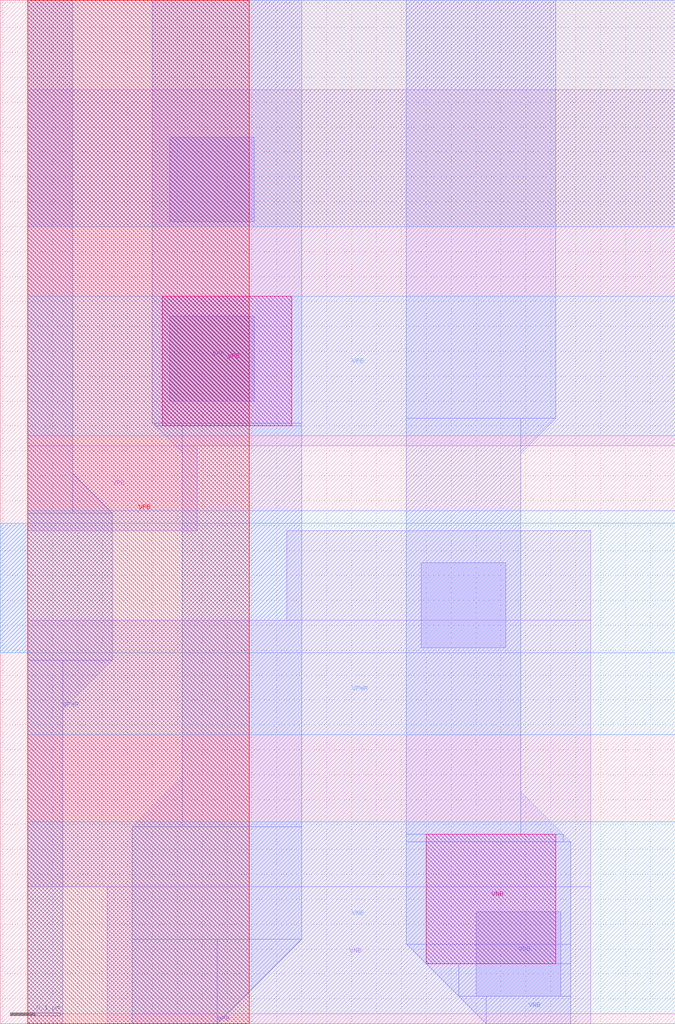
<source format=lef>
VERSION 5.7 ;
  NOWIREEXTENSIONATPIN ON ;
  DIVIDERCHAR "/" ;
  BUSBITCHARS "[]" ;
MACRO sky130_fd_bd_sram__sram_sp_cornera
  CLASS BLOCK ;
  FOREIGN sky130_fd_bd_sram__sram_sp_cornera ;
  ORIGIN 0.055 0.000 ;
  SIZE 1.355 BY 2.055 ;
  PIN VNB
    PORT
      LAYER li1 ;
        RECT 0.520 0.810 1.130 0.990 ;
        RECT 0.000 0.275 1.130 0.810 ;
        RECT 0.160 0.000 1.130 0.275 ;
      LAYER mcon ;
        RECT 0.790 0.755 0.960 0.925 ;
        RECT 0.900 0.055 1.070 0.225 ;
      LAYER met1 ;
        RECT 0.760 1.215 1.060 2.055 ;
        RECT 0.760 0.380 0.990 1.215 ;
        POLYGON 0.990 1.215 1.060 1.215 0.990 1.145 ;
        POLYGON 0.990 0.465 1.075 0.380 0.990 0.380 ;
        RECT 0.760 0.365 1.075 0.380 ;
        POLYGON 1.075 0.380 1.090 0.365 1.075 0.365 ;
        RECT 0.760 0.160 1.090 0.365 ;
        POLYGON 0.760 0.160 0.800 0.160 0.800 0.120 ;
        RECT 0.800 0.120 1.090 0.160 ;
        POLYGON 0.800 0.120 0.865 0.120 0.865 0.055 ;
        RECT 0.865 0.055 1.090 0.120 ;
        POLYGON 0.865 0.055 0.920 0.055 0.920 0.000 ;
        RECT 0.920 0.000 1.090 0.055 ;
      LAYER via ;
        RECT 0.800 0.120 1.060 0.380 ;
      LAYER met2 ;
        RECT 0.000 0.020 1.300 0.405 ;
    END
  END VNB
  PIN VPB
    ANTENNADIFFAREA 0.414475 ;
    PORT
      LAYER nwell ;
        RECT 0.000 0.000 0.445 2.055 ;
      LAYER li1 ;
        RECT 0.000 1.160 1.300 1.875 ;
        RECT 0.000 0.990 0.340 1.160 ;
      LAYER mcon ;
        RECT 0.285 1.610 0.455 1.780 ;
        RECT 0.285 1.250 0.455 1.420 ;
      LAYER met1 ;
        RECT 0.250 1.205 0.550 2.055 ;
        POLYGON 0.250 1.205 0.255 1.205 0.255 1.200 ;
        RECT 0.255 1.200 0.550 1.205 ;
        POLYGON 0.255 1.200 0.310 1.200 0.310 1.145 ;
        POLYGON 0.310 0.495 0.310 0.395 0.210 0.395 ;
        RECT 0.310 0.395 0.550 1.200 ;
        RECT 0.210 0.170 0.550 0.395 ;
        RECT 0.210 0.000 0.380 0.170 ;
        POLYGON 0.380 0.170 0.550 0.170 0.380 0.000 ;
      LAYER via ;
        RECT 0.270 1.200 0.530 1.460 ;
      LAYER met2 ;
        RECT 0.000 1.180 1.300 1.460 ;
    END
  END VPB
  PIN VPWR
    USE POWER ;
    PORT
      LAYER met1 ;
        RECT 0.000 1.025 0.090 2.055 ;
        POLYGON 0.090 1.105 0.170 1.025 0.090 1.025 ;
        RECT 0.000 1.005 0.170 1.025 ;
        RECT -0.055 0.745 0.170 1.005 ;
        RECT 0.000 0.730 0.170 0.745 ;
        RECT 0.000 0.000 0.070 0.730 ;
        POLYGON 0.070 0.730 0.170 0.730 0.070 0.630 ;
      LAYER met2 ;
        RECT 0.000 1.005 1.300 1.030 ;
        RECT -0.055 0.745 1.300 1.005 ;
        RECT 0.000 0.580 1.300 0.745 ;
    END
  END VPWR
  OBS
      LAYER met2 ;
        RECT 0.000 1.600 1.300 2.055 ;
  END
END sky130_fd_bd_sram__sram_sp_cornera
END LIBRARY


</source>
